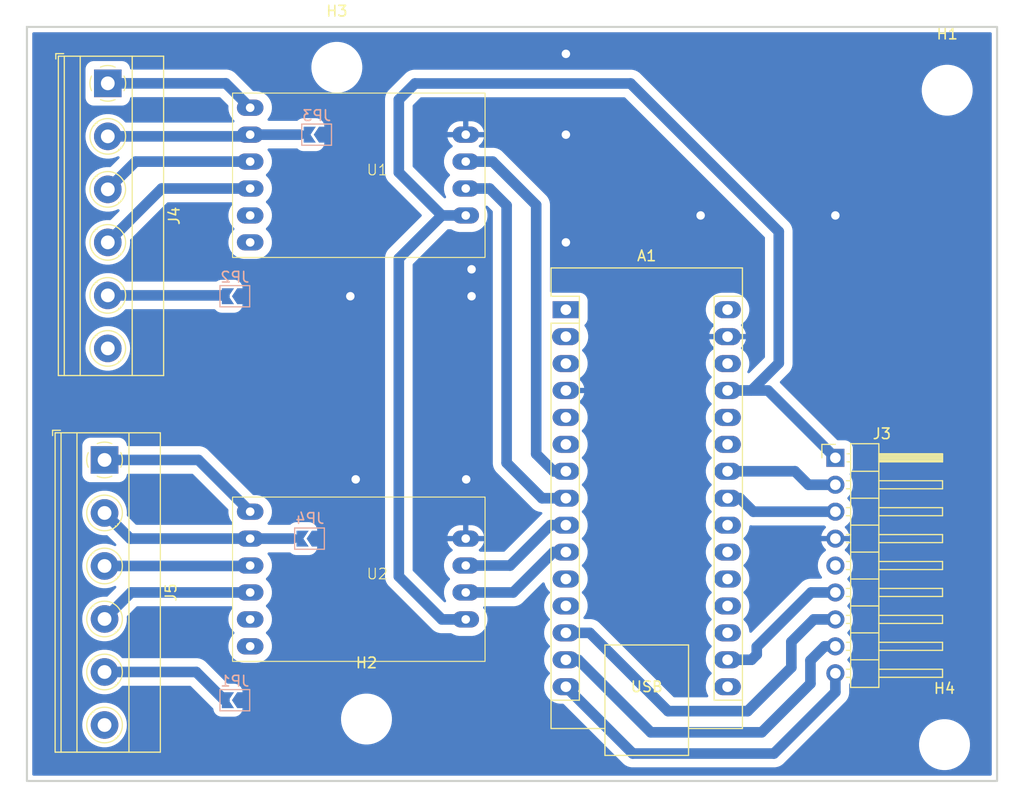
<source format=kicad_pcb>
(kicad_pcb (version 20240108) (generator "pcbnew") (generator_version "8.0")
  (layers (0 "F.Cu" signal) (31 "B.Cu" signal) (34 "B.Paste" user) (35 "F.Paste" user) (36 "B.SilkS" user "B.Silkscreen") (37 "F.SilkS" user "F.Silkscreen") (38 "B.Mask" user) (39 "F.Mask" user) (44 "Edge.Cuts" user))
  (net 0 "")
  (net 5 "/Arduino_nano/D4_DOUT_L2")
  (net 6 "/Arduino_nano/D13")
  (net 7 "/Arduino_nano/D7_SCK_L1")
  (net 9 "+5V")
  (net 13 "GND")
  (net 15 "/Arduino_nano/D5_SCK_L2")
  (net 18 "/Arduino_nano/A4_SDA")
  (net 24 "/Arduino_nano/D11")
  (net 25 "+3.3V")
  (net 26 "/Arduino_nano/D6_DOUT_L1")
  (net 27 "/Arduino_nano/A5_SCL")
  (net 28 "/Arduino_nano/D12")
  (net 29 "Net-(J4-Pin_5)")
  (net 30 "/HX711/E-")
  (net 31 "/HX711/A-")
  (net 32 "/HX711/E+")
  (net 33 "/HX711/A+")
  (net 35 "/HX712/E-")
  (net 36 "/HX712/E+")
  (net 37 "Net-(J5-Pin_5)")
  (net 38 "/HX712/A+")
  (net 39 "/HX712/A-")
  (net 41 "/HX711/B+")
  (net 42 "/HX711/B-")
  (net 43 "/HX712/B+")
  (net 44 "/HX712/B-")
  (footprint "TerminalBlock_Phoenix:TerminalBlock_Phoenix_MKDS-1,5-6_1x06_P5.00mm_Horizontal" (layer "F.Cu") (at 58.42 89.14 -90)
    (property "Reference" "J4" (at 12.5 -6.26 90) (layer "F.SilkS"))
    (property "Value" "Screw_Terminal_01x06")
    (fp_line (start -2.8 4.9) (end -2.3 4.9) (stroke (width 0.12)) (layer "F.SilkS"))
    (fp_line (start -2.56 4.66) (end 27.56 4.66) (stroke (width 0.12)) (layer "F.SilkS"))
    (fp_line (start -2.8 4.16) (end -2.8 4.9) (stroke (width 0.12)) (layer "F.SilkS"))
    (fp_line (start -2.56 4.1) (end 27.56 4.1) (stroke (width 0.12)) (layer "F.SilkS"))
    (fp_line (start -2.56 2.6) (end 27.56 2.6) (stroke (width 0.12)) (layer "F.SilkS"))
    (fp_line (start 3.966 1.239) (end 3.931 1.274) (stroke (width 0.12)) (layer "F.SilkS"))
    (fp_line (start 8.966 1.239) (end 8.931 1.274) (stroke (width 0.12)) (layer "F.SilkS"))
    (fp_line (start 13.966 1.239) (end 13.931 1.274) (stroke (width 0.12)) (layer "F.SilkS"))
    (fp_line (start 18.966 1.239) (end 18.931 1.274) (stroke (width 0.12)) (layer "F.SilkS"))
    (fp_line (start 23.966 1.239) (end 23.931 1.274) (stroke (width 0.12)) (layer "F.SilkS"))
    (fp_line (start 3.773 1.023) (end 3.726 1.069) (stroke (width 0.12)) (layer "F.SilkS"))
    (fp_line (start 8.773 1.023) (end 8.726 1.069) (stroke (width 0.12)) (layer "F.SilkS"))
    (fp_line (start 13.773 1.023) (end 13.726 1.069) (stroke (width 0.12)) (layer "F.SilkS"))
    (fp_line (start 18.773 1.023) (end 18.726 1.069) (stroke (width 0.12)) (layer "F.SilkS"))
    (fp_line (start 23.773 1.023) (end 23.726 1.069) (stroke (width 0.12)) (layer "F.SilkS"))
    (fp_line (start 6.275 -1.069) (end 6.228 -1.023) (stroke (width 0.12)) (layer "F.SilkS"))
    (fp_line (start 11.275 -1.069) (end 11.228 -1.023) (stroke (width 0.12)) (layer "F.SilkS"))
    (fp_line (start 16.275 -1.069) (end 16.228 -1.023) (stroke (width 0.12)) (layer "F.SilkS"))
    (fp_line (start 21.275 -1.069) (end 21.228 -1.023) (stroke (width 0.12)) (layer "F.SilkS"))
    (fp_line (start 26.275 -1.069) (end 26.228 -1.023) (stroke (width 0.12)) (layer "F.SilkS"))
    (fp_line (start 6.07 -1.275) (end 6.035 -1.239) (stroke (width 0.12)) (layer "F.SilkS"))
    (fp_line (start 11.07 -1.275) (end 11.035 -1.239) (stroke (width 0.12)) (layer "F.SilkS"))
    (fp_line (start 16.07 -1.275) (end 16.035 -1.239) (stroke (width 0.12)) (layer "F.SilkS"))
    (fp_line (start 21.07 -1.275) (end 21.035 -1.239) (stroke (width 0.12)) (layer "F.SilkS"))
    (fp_line (start 26.07 -1.275) (end 26.035 -1.239) (stroke (width 0.12)) (layer "F.SilkS"))
    (fp_line (start -2.56 -2.301) (end 27.56 -2.301) (stroke (width 0.12)) (layer "F.SilkS"))
    (fp_line (start -2.56 -5.261) (end -2.56 4.66) (stroke (width 0.12)) (layer "F.SilkS"))
    (fp_line (start -2.56 -5.261) (end 27.56 -5.261) (stroke (width 0.12)) (layer "F.SilkS"))
    (fp_line (start 27.56 -5.261) (end 27.56 4.66) (stroke (width 0.12)) (layer "F.SilkS"))
    (fp_arc (start 0.028805 1.680253) (mid -0.335551 1.646659) (end -0.684 1.535) (stroke (width 0.12)) (layer "F.SilkS"))
    (fp_arc (start 0.683318 1.534756) (mid 0.349292 1.643288) (end 0 1.68) (stroke (width 0.12)) (layer "F.SilkS"))
    (fp_arc (start -1.535427 0.683042) (mid -1.680501 -0.000524) (end -1.535 -0.684) (stroke (width 0.12)) (layer "F.SilkS"))
    (fp_arc (start 1.535427 -0.683042) (mid 1.680501 0.000524) (end 1.535 0.684) (stroke (width 0.12)) (layer "F.SilkS"))
    (fp_arc (start -0.683042 -1.535427) (mid 0.000524 -1.680501) (end 0.684 -1.535) (stroke (width 0.12)) (layer "F.SilkS"))
    (fp_circle (center 5 0) (end 6.68 0) (stroke (width 0.12)) (fill none) (layer "F.SilkS"))
    (fp_circle (center 10 0) (end 11.68 0) (stroke (width 0.12)) (fill none) (layer "F.SilkS"))
    (fp_circle (center 15 0) (end 16.68 0) (stroke (width 0.12)) (fill none) (layer "F.SilkS"))
    (fp_circle (center 20 0) (end 21.68 0) (stroke (width 0.12)) (fill none) (layer "F.SilkS"))
    (fp_circle (center 25 0) (end 26.68 0) (stroke (width 0.12)) (fill none) (layer "F.SilkS"))
    (pad "1" thru_hole rect (at 0 0 270) (size 2.6 2.6) (drill 1.3) (layers "*.Cu" "*.Mask") (net 32 "/HX711/E+"))
    (pad "2" thru_hole circle (at 5 0 270) (size 2.6 2.6) (drill 1.3) (layers "*.Cu" "*.Mask") (net 30 "/HX711/E-"))
    (pad "3" thru_hole circle (at 10 0 270) (size 2.6 2.6) (drill 1.3) (layers "*.Cu" "*.Mask") (net 31 "/HX711/A-"))
    (pad "4" thru_hole circle (at 15 0 270) (size 2.6 2.6) (drill 1.3) (layers "*.Cu" "*.Mask") (net 33 "/HX711/A+"))
    (pad "5" thru_hole circle (at 20 0 270) (size 2.6 2.6) (drill 1.3) (layers "*.Cu" "*.Mask") (net 29 "Net-(J4-Pin_5)"))
    (pad "6" thru_hole circle (at 25 0 270) (size 2.6 2.6) (drill 1.3) (layers "*.Cu" "*.Mask"))
  )
  (footprint "MountingHole:MountingHole_4.3mm_M4" (layer "F.Cu") (at 80.01 87.63)
    (property "Reference" "H3" (at 0 -5.3 0) (layer "F.SilkS"))
    (property "Value" "MountingHole")
    (pad "" np_thru_hole circle (at 0 0) (size 4.3 4.3) (drill 4.3) (layers "*.Cu" "*.Mask"))
  )
  (footprint "Connector_PinHeader_2.54mm:PinHeader_1x09_P2.54mm_Horizontal" (layer "F.Cu") (at 127 124.46)
    (property "Reference" "J3" (at 4.385 -2.27 0) (layer "F.SilkS"))
    (property "Value" "Conn_01x09")
    (fp_line (start -1.27 -1.27) (end 0 -1.27) (stroke (width 0.12)) (layer "F.SilkS"))
    (fp_line (start -1.27 0) (end -1.27 -1.27) (stroke (width 0.12)) (layer "F.SilkS"))
    (fp_line (start 1.042929 2.16) (end 1.44 2.16) (stroke (width 0.12)) (layer "F.SilkS"))
    (fp_line (start 1.042929 2.92) (end 1.44 2.92) (stroke (width 0.12)) (layer "F.SilkS"))
    (fp_line (start 1.042929 4.7) (end 1.44 4.7) (stroke (width 0.12)) (layer "F.SilkS"))
    (fp_line (start 1.042929 5.46) (end 1.44 5.46) (stroke (width 0.12)) (layer "F.SilkS"))
    (fp_line (start 1.042929 7.24) (end 1.44 7.24) (stroke (width 0.12)) (layer "F.SilkS"))
    (fp_line (start 1.042929 8) (end 1.44 8) (stroke (width 0.12)) (layer "F.SilkS"))
    (fp_line (start 1.042929 9.78) (end 1.44 9.78) (stroke (width 0.12)) (layer "F.SilkS"))
    (fp_line (start 1.042929 10.54) (end 1.44 10.54) (stroke (width 0.12)) (layer "F.SilkS"))
    (fp_line (start 1.042929 12.32) (end 1.44 12.32) (stroke (width 0.12)) (layer "F.SilkS"))
    (fp_line (start 1.042929 13.08) (end 1.44 13.08) (stroke (width 0.12)) (layer "F.SilkS"))
    (fp_line (start 1.042929 14.86) (end 1.44 14.86) (stroke (width 0.12)) (layer "F.SilkS"))
    (fp_line (start 1.042929 15.62) (end 1.44 15.62) (stroke (width 0.12)) (layer "F.SilkS"))
    (fp_line (start 1.042929 17.4) (end 1.44 17.4) (stroke (width 0.12)) (layer "F.SilkS"))
    (fp_line (start 1.042929 18.16) (end 1.44 18.16) (stroke (width 0.12)) (layer "F.SilkS"))
    (fp_line (start 1.042929 19.94) (end 1.44 19.94) (stroke (width 0.12)) (layer "F.SilkS"))
    (fp_line (start 1.042929 20.7) (end 1.44 20.7) (stroke (width 0.12)) (layer "F.SilkS"))
    (fp_line (start 1.11 -0.38) (end 1.44 -0.38) (stroke (width 0.12)) (layer "F.SilkS"))
    (fp_line (start 1.11 0.38) (end 1.44 0.38) (stroke (width 0.12)) (layer "F.SilkS"))
    (fp_line (start 1.44 -1.33) (end 1.44 21.65) (stroke (width 0.12)) (layer "F.SilkS"))
    (fp_line (start 1.44 1.27) (end 4.1 1.27) (stroke (width 0.12)) (layer "F.SilkS"))
    (fp_line (start 1.44 3.81) (end 4.1 3.81) (stroke (width 0.12)) (layer "F.SilkS"))
    (fp_line (start 1.44 6.35) (end 4.1 6.35) (stroke (width 0.12)) (layer "F.SilkS"))
    (fp_line (start 1.44 8.89) (end 4.1 8.89) (stroke (width 0.12)) (layer "F.SilkS"))
    (fp_line (start 1.44 11.43) (end 4.1 11.43) (stroke (width 0.12)) (layer "F.SilkS"))
    (fp_line (start 1.44 13.97) (end 4.1 13.97) (stroke (width 0.12)) (layer "F.SilkS"))
    (fp_line (start 1.44 16.51) (end 4.1 16.51) (stroke (width 0.12)) (layer "F.SilkS"))
    (fp_line (start 1.44 19.05) (end 4.1 19.05) (stroke (width 0.12)) (layer "F.SilkS"))
    (fp_line (start 1.44 21.65) (end 4.1 21.65) (stroke (width 0.12)) (layer "F.SilkS"))
    (fp_line (start 4.1 -1.33) (end 1.44 -1.33) (stroke (width 0.12)) (layer "F.SilkS"))
    (fp_line (start 4.1 -0.38) (end 10.1 -0.38) (stroke (width 0.12)) (layer "F.SilkS"))
    (fp_line (start 4.1 -0.32) (end 10.1 -0.32) (stroke (width 0.12)) (layer "F.SilkS"))
    (fp_line (start 4.1 -0.2) (end 10.1 -0.2) (stroke (width 0.12)) (layer "F.SilkS"))
    (fp_line (start 4.1 -0.08) (end 10.1 -0.08) (stroke (width 0.12)) (layer "F.SilkS"))
    (fp_line (start 4.1 0.04) (end 10.1 0.04) (stroke (width 0.12)) (layer "F.SilkS"))
    (fp_line (start 4.1 0.16) (end 10.1 0.16) (stroke (width 0.12)) (layer "F.SilkS"))
    (fp_line (start 4.1 0.28) (end 10.1 0.28) (stroke (width 0.12)) (layer "F.SilkS"))
    (fp_line (start 4.1 2.16) (end 10.1 2.16) (stroke (width 0.12)) (layer "F.SilkS"))
    (fp_line (start 4.1 4.7) (end 10.1 4.7) (stroke (width 0.12)) (layer "F.SilkS"))
    (fp_line (start 4.1 7.24) (end 10.1 7.24) (stroke (width 0.12)) (layer "F.SilkS"))
    (fp_line (start 4.1 9.78) (end 10.1 9.78) (stroke (width 0.12)) (layer "F.SilkS"))
    (fp_line (start 4.1 12.32) (end 10.1 12.32) (stroke (width 0.12)) (layer "F.SilkS"))
    (fp_line (start 4.1 14.86) (end 10.1 14.86) (stroke (width 0.12)) (layer "F.SilkS"))
    (fp_line (start 4.1 17.4) (end 10.1 17.4) (stroke (width 0.12)) (layer "F.SilkS"))
    (fp_line (start 4.1 19.94) (end 10.1 19.94) (stroke (width 0.12)) (layer "F.SilkS"))
    (fp_line (start 4.1 21.65) (end 4.1 -1.33) (stroke (width 0.12)) (layer "F.SilkS"))
    (fp_line (start 10.1 -0.38) (end 10.1 0.38) (stroke (width 0.12)) (layer "F.SilkS"))
    (fp_line (start 10.1 0.38) (end 4.1 0.38) (stroke (width 0.12)) (layer "F.SilkS"))
    (fp_line (start 10.1 2.16) (end 10.1 2.92) (stroke (width 0.12)) (layer "F.SilkS"))
    (fp_line (start 10.1 2.92) (end 4.1 2.92) (stroke (width 0.12)) (layer "F.SilkS"))
    (fp_line (start 10.1 4.7) (end 10.1 5.46) (stroke (width 0.12)) (layer "F.SilkS"))
    (fp_line (start 10.1 5.46) (end 4.1 5.46) (stroke (width 0.12)) (layer "F.SilkS"))
    (fp_line (start 10.1 7.24) (end 10.1 8) (stroke (width 0.12)) (layer "F.SilkS"))
    (fp_line (start 10.1 8) (end 4.1 8) (stroke (width 0.12)) (layer "F.SilkS"))
    (fp_line (start 10.1 9.78) (end 10.1 10.54) (stroke (width 0.12)) (layer "F.SilkS"))
    (fp_line (start 10.1 10.54) (end 4.1 10.54) (stroke (width 0.12)) (layer "F.SilkS"))
    (fp_line (start 10.1 12.32) (end 10.1 13.08) (stroke (width 0.12)) (layer "F.SilkS"))
    (fp_line (start 10.1 13.08) (end 4.1 13.08) (stroke (width 0.12)) (layer "F.SilkS"))
    (fp_line (start 10.1 14.86) (end 10.1 15.62) (stroke (width 0.12)) (layer "F.SilkS"))
    (fp_line (start 10.1 15.62) (end 4.1 15.62) (stroke (width 0.12)) (layer "F.SilkS"))
    (fp_line (start 10.1 17.4) (end 10.1 18.16) (stroke (width 0.12)) (layer "F.SilkS"))
    (fp_line (start 10.1 18.16) (end 4.1 18.16) (stroke (width 0.12)) (layer "F.SilkS"))
    (fp_line (start 10.1 19.94) (end 10.1 20.7) (stroke (width 0.12)) (layer "F.SilkS"))
    (fp_line (start 10.1 20.7) (end 4.1 20.7) (stroke (width 0.12)) (layer "F.SilkS"))
    (pad "1" thru_hole rect (at 0 0) (size 1.7 1.7) (drill 1) (layers "*.Cu" "*.Mask") (net 9 "+5V"))
    (pad "2" thru_hole oval (at 0 2.54) (size 1.7 1.7) (drill 1) (layers "*.Cu" "*.Mask") (net 27 "/Arduino_nano/A5_SCL"))
    (pad "3" thru_hole oval (at 0 5.08) (size 1.7 1.7) (drill 1) (layers "*.Cu" "*.Mask") (net 18 "/Arduino_nano/A4_SDA"))
    (pad "4" thru_hole oval (at 0 7.62) (size 1.7 1.7) (drill 1) (layers "*.Cu" "*.Mask") (net 13 "GND"))
    (pad "5" thru_hole oval (at 0 10.16) (size 1.7 1.7) (drill 1) (layers "*.Cu" "*.Mask"))
    (pad "6" thru_hole oval (at 0 12.7) (size 1.7 1.7) (drill 1) (layers "*.Cu" "*.Mask") (net 25 "+3.3V"))
    (pad "7" thru_hole oval (at 0 15.24) (size 1.7 1.7) (drill 1) (layers "*.Cu" "*.Mask") (net 24 "/Arduino_nano/D11"))
    (pad "8" thru_hole oval (at 0 17.78) (size 1.7 1.7) (drill 1) (layers "*.Cu" "*.Mask") (net 28 "/Arduino_nano/D12"))
    (pad "9" thru_hole oval (at 0 20.32) (size 1.7 1.7) (drill 1) (layers "*.Cu" "*.Mask") (net 6 "/Arduino_nano/D13"))
  )
  (footprint "MountingHole:MountingHole_4.3mm_M4" (layer "F.Cu") (at 82.804 149.098)
    (property "Reference" "H2" (at 0 -5.3 0) (layer "F.SilkS"))
    (property "Value" "MountingHole")
    (pad "" np_thru_hole circle (at 0 0) (size 4.3 4.3) (drill 4.3) (layers "*.Cu" "*.Mask"))
  )
  (footprint "MountingHole:MountingHole_4.3mm_M4" (layer "F.Cu") (at 137.287 151.511)
    (property "Reference" "H4" (at 0 -5.3 0) (layer "F.SilkS"))
    (property "Value" "MountingHole")
    (pad "" np_thru_hole circle (at 0 0) (size 4.3 4.3) (drill 4.3) (layers "*.Cu" "*.Mask"))
  )
  (footprint "Library:xfw_hx711" (layer "F.Cu") (at 83.82 97.81)
    (property "Reference" "U1" (at 0 -0.5 0) (layer "F.SilkS") (effects (font (thickness 0.1))))
    (property "Value" "~")
    (fp_rect (start -13.64 -7.75) (end 10.16 7.75) (stroke (width 0.1)) (fill none) (layer "F.SilkS"))
    (pad "1" thru_hole oval (at -11.98 -6.37) (size 2.5 1.524) (drill 0.81) (layers "*.Cu" "*.Mask") (net 32 "/HX711/E+"))
    (pad "2" thru_hole oval (at -11.98 -3.83) (size 2.5 1.524) (drill 0.81) (layers "*.Cu" "*.Mask") (net 30 "/HX711/E-"))
    (pad "3" thru_hole oval (at -11.98 -1.29) (size 2.5 1.524) (drill 0.81) (layers "*.Cu" "*.Mask") (net 31 "/HX711/A-"))
    (pad "4" thru_hole oval (at -11.98 1.25) (size 2.5 1.524) (drill 0.81) (layers "*.Cu" "*.Mask") (net 33 "/HX711/A+"))
    (pad "5" thru_hole oval (at -11.98 3.79) (size 2.5 1.524) (drill 0.81) (layers "*.Cu" "*.Mask") (net 42 "/HX711/B-"))
    (pad "6" thru_hole oval (at -11.98 6.33) (size 2.5 1.524) (drill 0.81) (layers "*.Cu" "*.Mask") (net 41 "/HX711/B+"))
    (pad "7" thru_hole oval (at 8.34 -3.83) (size 2.5 1.524) (drill 0.81) (layers "*.Cu" "*.Mask") (net 13 "GND"))
    (pad "8" thru_hole oval (at 8.34 -1.29) (size 2.5 1.524) (drill 0.81) (layers "*.Cu" "*.Mask") (net 5 "/Arduino_nano/D4_DOUT_L2"))
    (pad "9" thru_hole oval (at 8.34 1.25) (size 2.5 1.524) (drill 0.81) (layers "*.Cu" "*.Mask") (net 15 "/Arduino_nano/D5_SCK_L2"))
    (pad "10" thru_hole oval (at 8.34 3.79) (size 2.5 1.524) (drill 0.81) (layers "*.Cu" "*.Mask") (net 9 "+5V"))
  )
  (footprint "TerminalBlock_Phoenix:TerminalBlock_Phoenix_MKDS-1,5-6_1x06_P5.00mm_Horizontal" (layer "F.Cu") (at 58.115 124.66 -90)
    (property "Reference" "J5" (at 12.5 -6.26 90) (layer "F.SilkS"))
    (property "Value" "Screw_Terminal_01x06")
    (fp_line (start -2.8 4.9) (end -2.3 4.9) (stroke (width 0.12)) (layer "F.SilkS"))
    (fp_line (start -2.56 4.66) (end 27.56 4.66) (stroke (width 0.12)) (layer "F.SilkS"))
    (fp_line (start -2.8 4.16) (end -2.8 4.9) (stroke (width 0.12)) (layer "F.SilkS"))
    (fp_line (start -2.56 4.1) (end 27.56 4.1) (stroke (width 0.12)) (layer "F.SilkS"))
    (fp_line (start -2.56 2.6) (end 27.56 2.6) (stroke (width 0.12)) (layer "F.SilkS"))
    (fp_line (start 3.966 1.239) (end 3.931 1.274) (stroke (width 0.12)) (layer "F.SilkS"))
    (fp_line (start 8.966 1.239) (end 8.931 1.274) (stroke (width 0.12)) (layer "F.SilkS"))
    (fp_line (start 13.966 1.239) (end 13.931 1.274) (stroke (width 0.12)) (layer "F.SilkS"))
    (fp_line (start 18.966 1.239) (end 18.931 1.274) (stroke (width 0.12)) (layer "F.SilkS"))
    (fp_line (start 23.966 1.239) (end 23.931 1.274) (stroke (width 0.12)) (layer "F.SilkS"))
    (fp_line (start 3.773 1.023) (end 3.726 1.069) (stroke (width 0.12)) (layer "F.SilkS"))
    (fp_line (start 8.773 1.023) (end 8.726 1.069) (stroke (width 0.12)) (layer "F.SilkS"))
    (fp_line (start 13.773 1.023) (end 13.726 1.069) (stroke (width 0.12)) (layer "F.SilkS"))
    (fp_line (start 18.773 1.023) (end 18.726 1.069) (stroke (width 0.12)) (layer "F.SilkS"))
    (fp_line (start 23.773 1.023) (end 23.726 1.069) (stroke (width 0.12)) (layer "F.SilkS"))
    (fp_line (start 6.275 -1.069) (end 6.228 -1.023) (stroke (width 0.12)) (layer "F.SilkS"))
    (fp_line (start 11.275 -1.069) (end 11.228 -1.023) (stroke (width 0.12)) (layer "F.SilkS"))
    (fp_line (start 16.275 -1.069) (end 16.228 -1.023) (stroke (width 0.12)) (layer "F.SilkS"))
    (fp_line (start 21.275 -1.069) (end 21.228 -1.023) (stroke (width 0.12)) (layer "F.SilkS"))
    (fp_line (start 26.275 -1.069) (end 26.228 -1.023) (stroke (width 0.12)) (layer "F.SilkS"))
    (fp_line (start 6.07 -1.275) (end 6.035 -1.239) (stroke (width 0.12)) (layer "F.SilkS"))
    (fp_line (start 11.07 -1.275) (end 11.035 -1.239) (stroke (width 0.12)) (layer "F.SilkS"))
    (fp_line (start 16.07 -1.275) (end 16.035 -1.239) (stroke (width 0.12)) (layer "F.SilkS"))
    (fp_line (start 21.07 -1.275) (end 21.035 -1.239) (stroke (width 0.12)) (layer "F.SilkS"))
    (fp_line (start 26.07 -1.275) (end 26.035 -1.239) (stroke (width 0.12)) (layer "F.SilkS"))
    (fp_line (start -2.56 -2.301) (end 27.56 -2.301) (stroke (width 0.12)) (layer "F.SilkS"))
    (fp_line (start -2.56 -5.261) (end -2.56 4.66) (stroke (width 0.12)) (layer "F.SilkS"))
    (fp_line (start -2.56 -5.261) (end 27.56 -5.261) (stroke (width 0.12)) (layer "F.SilkS"))
    (fp_line (start 27.56 -5.261) (end 27.56 4.66) (stroke (width 0.12)) (layer "F.SilkS"))
    (fp_arc (start 0.028805 1.680253) (mid -0.335551 1.646659) (end -0.684 1.535) (stroke (width 0.12)) (layer "F.SilkS"))
    (fp_arc (start 0.683318 1.534756) (mid 0.349292 1.643288) (end 0 1.68) (stroke (width 0.12)) (layer "F.SilkS"))
    (fp_arc (start -1.535427 0.683042) (mid -1.680501 -0.000524) (end -1.535 -0.684) (stroke (width 0.12)) (layer "F.SilkS"))
    (fp_arc (start 1.535427 -0.683042) (mid 1.680501 0.000524) (end 1.535 0.684) (stroke (width 0.12)) (layer "F.SilkS"))
    (fp_arc (start -0.683042 -1.535427) (mid 0.000524 -1.680501) (end 0.684 -1.535) (stroke (width 0.12)) (layer "F.SilkS"))
    (fp_circle (center 5 0) (end 6.68 0) (stroke (width 0.12)) (fill none) (layer "F.SilkS"))
    (fp_circle (center 10 0) (end 11.68 0) (stroke (width 0.12)) (fill none) (layer "F.SilkS"))
    (fp_circle (center 15 0) (end 16.68 0) (stroke (width 0.12)) (fill none) (layer "F.SilkS"))
    (fp_circle (center 20 0) (end 21.68 0) (stroke (width 0.12)) (fill none) (layer "F.SilkS"))
    (fp_circle (center 25 0) (end 26.68 0) (stroke (width 0.12)) (fill none) (layer "F.SilkS"))
    (pad "1" thru_hole rect (at 0 0 270) (size 2.6 2.6) (drill 1.3) (layers "*.Cu" "*.Mask") (net 36 "/HX712/E+"))
    (pad "2" thru_hole circle (at 5 0 270) (size 2.6 2.6) (drill 1.3) (layers "*.Cu" "*.Mask") (net 35 "/HX712/E-"))
    (pad "3" thru_hole circle (at 10 0 270) (size 2.6 2.6) (drill 1.3) (layers "*.Cu" "*.Mask") (net 39 "/HX712/A-"))
    (pad "4" thru_hole circle (at 15 0 270) (size 2.6 2.6) (drill 1.3) (layers "*.Cu" "*.Mask") (net 38 "/HX712/A+"))
    (pad "5" thru_hole circle (at 20 0 270) (size 2.6 2.6) (drill 1.3) (layers "*.Cu" "*.Mask") (net 37 "Net-(J5-Pin_5)"))
    (pad "6" thru_hole circle (at 25 0 270) (size 2.6 2.6) (drill 1.3) (layers "*.Cu" "*.Mask"))
  )
  (footprint "MountingHole:MountingHole_4.3mm_M4" (layer "F.Cu") (at 137.541 89.789)
    (property "Reference" "H1" (at 0 -5.3 0) (layer "F.SilkS"))
    (property "Value" "MountingHole")
    (pad "" np_thru_hole circle (at 0 0) (size 4.3 4.3) (drill 4.3) (layers "*.Cu" "*.Mask"))
  )
  (footprint "Library:xfw_hx711" (layer "F.Cu") (at 83.82 135.91)
    (property "Reference" "U2" (at 0 -0.5 0) (layer "F.SilkS") (effects (font (thickness 0.1))))
    (property "Value" "~")
    (fp_rect (start -13.64 -7.75) (end 10.16 7.75) (stroke (width 0.1)) (fill none) (layer "F.SilkS"))
    (pad "1" thru_hole oval (at -11.98 -6.37) (size 2.5 1.524) (drill 0.81) (layers "*.Cu" "*.Mask") (net 36 "/HX712/E+"))
    (pad "2" thru_hole oval (at -11.98 -3.83) (size 2.5 1.524) (drill 0.81) (layers "*.Cu" "*.Mask") (net 35 "/HX712/E-"))
    (pad "3" thru_hole oval (at -11.98 -1.29) (size 2.5 1.524) (drill 0.81) (layers "*.Cu" "*.Mask") (net 39 "/HX712/A-"))
    (pad "4" thru_hole oval (at -11.98 1.25) (size 2.5 1.524) (drill 0.81) (layers "*.Cu" "*.Mask") (net 38 "/HX712/A+"))
    (pad "5" thru_hole oval (at -11.98 3.79) (size 2.5 1.524) (drill 0.81) (layers "*.Cu" "*.Mask") (net 44 "/HX712/B-"))
    (pad "6" thru_hole oval (at -11.98 6.33) (size 2.5 1.524) (drill 0.81) (layers "*.Cu" "*.Mask") (net 43 "/HX712/B+"))
    (pad "7" thru_hole oval (at 8.34 -3.83) (size 2.5 1.524) (drill 0.81) (layers "*.Cu" "*.Mask") (net 13 "GND"))
    (pad "8" thru_hole oval (at 8.34 -1.29) (size 2.5 1.524) (drill 0.81) (layers "*.Cu" "*.Mask") (net 26 "/Arduino_nano/D6_DOUT_L1"))
    (pad "9" thru_hole oval (at 8.34 1.25) (size 2.5 1.524) (drill 0.81) (layers "*.Cu" "*.Mask") (net 7 "/Arduino_nano/D7_SCK_L1"))
    (pad "10" thru_hole oval (at 8.34 3.79) (size 2.5 1.524) (drill 0.81) (layers "*.Cu" "*.Mask") (net 9 "+5V"))
  )
  (footprint "Module:Arduino_Nano" (layer "F.Cu") (at 101.6 110.49)
    (property "Reference" "A1" (at 7.62 -5.08 0) (layer "F.SilkS"))
    (property "Value" "Arduino_Nano_v3.x")
    (fp_line (start -1.4 -3.94) (end -1.4 -1.27) (stroke (width 0.12)) (layer "F.SilkS"))
    (fp_line (start -1.4 1.27) (end -1.4 39.5) (stroke (width 0.12)) (layer "F.SilkS"))
    (fp_line (start -1.4 39.5) (end 3.68 39.5) (stroke (width 0.12)) (layer "F.SilkS"))
    (fp_line (start 1.27 -1.27) (end -1.4 -1.27) (stroke (width 0.12)) (layer "F.SilkS"))
    (fp_line (start 1.27 1.27) (end -1.4 1.27) (stroke (width 0.12)) (layer "F.SilkS"))
    (fp_line (start 1.27 1.27) (end 1.27 -1.27) (stroke (width 0.12)) (layer "F.SilkS"))
    (fp_line (start 1.27 1.27) (end 1.27 36.83) (stroke (width 0.12)) (layer "F.SilkS"))
    (fp_line (start 1.27 36.83) (end -1.4 36.83) (stroke (width 0.12)) (layer "F.SilkS"))
    (fp_line (start 3.68 31.62) (end 11.56 31.62) (stroke (width 0.12)) (layer "F.SilkS"))
    (fp_line (start 3.68 42.04) (end 3.68 31.62) (stroke (width 0.12)) (layer "F.SilkS"))
    (fp_line (start 11.56 31.62) (end 11.56 42.04) (stroke (width 0.12)) (layer "F.SilkS"))
    (fp_line (start 11.56 42.04) (end 3.68 42.04) (stroke (width 0.12)) (layer "F.SilkS"))
    (fp_line (start 13.97 -1.27) (end 13.97 36.83) (stroke (width 0.12)) (layer "F.SilkS"))
    (fp_line (start 13.97 -1.27) (end 16.64 -1.27) (stroke (width 0.12)) (layer "F.SilkS"))
    (fp_line (start 13.97 36.83) (end 16.64 36.83) (stroke (width 0.12)) (layer "F.SilkS"))
    (fp_line (start 16.64 -3.94) (end -1.4 -3.94) (stroke (width 0.12)) (layer "F.SilkS"))
    (fp_line (start 16.64 39.5) (end 11.56 39.5) (stroke (width 0.12)) (layer "F.SilkS"))
    (fp_line (start 16.64 39.5) (end 16.64 -3.94) (stroke (width 0.12)) (layer "F.SilkS"))
    (fp_text user "USB" (at 7.62 35.56 0) (layer "F.SilkS"))
    (pad "1" thru_hole rect (at 0 0) (size 2.5 1.6) (drill 1) (layers "*.Cu" "*.Mask"))
    (pad "2" thru_hole oval (at 0 2.54) (size 2.6 1.6) (drill 1) (layers "*.Cu" "*.Mask"))
    (pad "3" thru_hole oval (at 0 5.08) (size 2.5 1.6) (drill 1) (layers "*.Cu" "*.Mask"))
    (pad "4" thru_hole oval (at 0 7.62) (size 2.5 1.6) (drill 1) (layers "*.Cu" "*.Mask") (net 13 "GND"))
    (pad "5" thru_hole oval (at 0 10.16) (size 2.5 1.6) (drill 1) (layers "*.Cu" "*.Mask"))
    (pad "6" thru_hole oval (at 0 12.7) (size 2.5 1.6) (drill 1) (layers "*.Cu" "*.Mask"))
    (pad "7" thru_hole oval (at 0 15.24) (size 2.5 1.6) (drill 1) (layers "*.Cu" "*.Mask") (net 5 "/Arduino_nano/D4_DOUT_L2"))
    (pad "8" thru_hole oval (at 0 17.78) (size 2.5 1.6) (drill 1) (layers "*.Cu" "*.Mask") (net 15 "/Arduino_nano/D5_SCK_L2"))
    (pad "9" thru_hole oval (at 0 20.32) (size 2.5 1.6) (drill 1) (layers "*.Cu" "*.Mask") (net 26 "/Arduino_nano/D6_DOUT_L1"))
    (pad "10" thru_hole oval (at 0 22.86) (size 2.5 1.6) (drill 1) (layers "*.Cu" "*.Mask") (net 7 "/Arduino_nano/D7_SCK_L1"))
    (pad "11" thru_hole oval (at 0 25.4) (size 2.5 1.6) (drill 1) (layers "*.Cu" "*.Mask"))
    (pad "12" thru_hole oval (at 0 27.94) (size 2.5 1.6) (drill 1) (layers "*.Cu" "*.Mask"))
    (pad "13" thru_hole oval (at 0 30.48) (size 2.5 1.6) (drill 1) (layers "*.Cu" "*.Mask") (net 24 "/Arduino_nano/D11"))
    (pad "14" thru_hole oval (at 0 33.02) (size 2.5 1.6) (drill 1) (layers "*.Cu" "*.Mask") (net 28 "/Arduino_nano/D12"))
    (pad "15" thru_hole oval (at 0 35.56) (size 2.5 1.6) (drill 1) (layers "*.Cu" "*.Mask") (net 6 "/Arduino_nano/D13"))
    (pad "16" thru_hole oval (at 15.24 35.56) (size 2.5 1.6) (drill 1) (layers "*.Cu" "*.Mask"))
    (pad "17" thru_hole oval (at 15.24 33.02) (size 2.5 1.6) (drill 1) (layers "*.Cu" "*.Mask") (net 25 "+3.3V"))
    (pad "18" thru_hole oval (at 15.24 30.48) (size 2.5 1.6) (drill 1) (layers "*.Cu" "*.Mask"))
    (pad "19" thru_hole oval (at 15.24 27.94) (size 2.5 1.6) (drill 1) (layers "*.Cu" "*.Mask"))
    (pad "20" thru_hole oval (at 15.24 25.4) (size 2.5 1.6) (drill 1) (layers "*.Cu" "*.Mask"))
    (pad "21" thru_hole oval (at 15.24 22.86) (size 2.5 1.6) (drill 1) (layers "*.Cu" "*.Mask"))
    (pad "22" thru_hole oval (at 15.24 20.32) (size 2.5 1.6) (drill 1) (layers "*.Cu" "*.Mask"))
    (pad "23" thru_hole oval (at 15.24 17.78) (size 2.5 1.6) (drill 1) (layers "*.Cu" "*.Mask") (net 18 "/Arduino_nano/A4_SDA"))
    (pad "24" thru_hole oval (at 15.24 15.24) (size 2.5 1.6) (drill 1) (layers "*.Cu" "*.Mask") (net 27 "/Arduino_nano/A5_SCL"))
    (pad "25" thru_hole oval (at 15.24 12.7) (size 2.5 1.6) (drill 1) (layers "*.Cu" "*.Mask"))
    (pad "26" thru_hole oval (at 15.24 10.16) (size 2.5 1.6) (drill 1) (layers "*.Cu" "*.Mask"))
    (pad "27" thru_hole oval (at 15.24 7.62) (size 2.5 1.6) (drill 1) (layers "*.Cu" "*.Mask") (net 9 "+5V"))
    (pad "28" thru_hole oval (at 15.24 5.08) (size 2.5 1.6) (drill 1) (layers "*.Cu" "*.Mask"))
    (pad "29" thru_hole oval (at 15.24 2.54) (size 2.5 1.6) (drill 1) (layers "*.Cu" "*.Mask") (net 13 "GND"))
    (pad "30" thru_hole oval (at 15.24 0) (size 2.5 1.6) (drill 1) (layers "*.Cu" "*.Mask"))
  )
  (footprint "Jumper:SolderJumper-2_P1.3mm_Open_TrianglePad1.0x1.5mm" (layer "B.Cu") (at 70.395 147.32 180)
    (property "Reference" "JP1" (at 0 1.8 0) (layer "B.SilkS") (effects (justify mirror)))
    (property "Value" "SolderJumper_2_Open")
    (fp_line (start 1.4 1) (end -1.4 1) (stroke (width 0.12)) (layer "B.SilkS"))
    (fp_line (start 1.4 -1) (end 1.4 1) (stroke (width 0.12)) (layer "B.SilkS"))
    (fp_line (start -1.4 1) (end -1.4 -1) (stroke (width 0.12)) (layer "B.SilkS"))
    (fp_line (start -1.4 -1) (end 1.4 -1) (stroke (width 0.12)) (layer "B.SilkS"))
    (pad "1" smd custom (at -0.725 0 180) (size 0.3 0.3) (layers "B.Cu" "B.Mask") (net 13 "GND") (options (clearance outline) (anchor rect)) (primitives (gr_poly (pts (xy 1 0) (xy 0.5 -0.75) (xy -0.5 -0.75) (xy -0.5 0.75) (xy 0.5 0.75)) (width 0) (fill yes))))
    (pad "2" smd custom (at 0.725 0 180) (size 0.3 0.3) (layers "B.Cu" "B.Mask") (net 37 "Net-(J5-Pin_5)") (options (clearance outline) (anchor rect)) (primitives (gr_poly (pts (xy 0.5 -0.75) (xy -0.65 -0.75) (xy -0.15 0) (xy -0.65 0.75) (xy 0.5 0.75)) (width 0) (fill yes))))
  )
  (footprint "Jumper:SolderJumper-2_P1.3mm_Open_TrianglePad1.0x1.5mm" (layer "B.Cu") (at 70.395 109.22 180)
    (property "Reference" "JP2" (at 0 1.8 0) (layer "B.SilkS") (effects (justify mirror)))
    (property "Value" "SolderJumper_2_Open")
    (fp_line (start 1.4 1) (end -1.4 1) (stroke (width 0.12)) (layer "B.SilkS"))
    (fp_line (start 1.4 -1) (end 1.4 1) (stroke (width 0.12)) (layer "B.SilkS"))
    (fp_line (start -1.4 1) (end -1.4 -1) (stroke (width 0.12)) (layer "B.SilkS"))
    (fp_line (start -1.4 -1) (end 1.4 -1) (stroke (width 0.12)) (layer "B.SilkS"))
    (pad "1" smd custom (at -0.725 0 180) (size 0.3 0.3) (layers "B.Cu" "B.Mask") (net 13 "GND") (options (clearance outline) (anchor rect)) (primitives (gr_poly (pts (xy 1 0) (xy 0.5 -0.75) (xy -0.5 -0.75) (xy -0.5 0.75) (xy 0.5 0.75)) (width 0) (fill yes))))
    (pad "2" smd custom (at 0.725 0 180) (size 0.3 0.3) (layers "B.Cu" "B.Mask") (net 29 "Net-(J4-Pin_5)") (options (clearance outline) (anchor rect)) (primitives (gr_poly (pts (xy 0.5 -0.75) (xy -0.65 -0.75) (xy -0.15 0) (xy -0.65 0.75) (xy 0.5 0.75)) (width 0) (fill yes))))
  )
  (footprint "Jumper:SolderJumper-2_P1.3mm_Open_TrianglePad1.0x1.5mm" (layer "B.Cu") (at 77.433 132.08 180)
    (property "Reference" "JP4" (at -0.037 1.905 0) (layer "B.SilkS") (effects (justify mirror)))
    (property "Value" "SolderJumper_2_Open")
    (fp_line (start 1.4 1) (end -1.4 1) (stroke (width 0.12)) (layer "B.SilkS"))
    (fp_line (start 1.4 -1) (end 1.4 1) (stroke (width 0.12)) (layer "B.SilkS"))
    (fp_line (start -1.4 1) (end -1.4 -1) (stroke (width 0.12)) (layer "B.SilkS"))
    (fp_line (start -1.4 -1) (end 1.4 -1) (stroke (width 0.12)) (layer "B.SilkS"))
    (pad "1" smd custom (at -0.725 0 180) (size 0.3 0.3) (layers "B.Cu" "B.Mask") (net 13 "GND") (options (clearance outline) (anchor rect)) (primitives (gr_poly (pts (xy 1 0) (xy 0.5 -0.75) (xy -0.5 -0.75) (xy -0.5 0.75) (xy 0.5 0.75)) (width 0) (fill yes))))
    (pad "2" smd custom (at 0.725 0 180) (size 0.3 0.3) (layers "B.Cu" "B.Mask") (net 35 "/HX712/E-") (options (clearance outline) (anchor rect)) (primitives (gr_poly (pts (xy 0.5 -0.75) (xy -0.65 -0.75) (xy -0.15 0) (xy -0.65 0.75) (xy 0.5 0.75)) (width 0) (fill yes))))
  )
  (footprint "Jumper:SolderJumper-2_P1.3mm_Open_TrianglePad1.0x1.5mm" (layer "B.Cu") (at 78.105 93.98 180)
    (property "Reference" "JP3" (at 0 1.8 0) (layer "B.SilkS") (effects (justify mirror)))
    (property "Value" "SolderJumper_2_Open")
    (fp_line (start 1.4 1) (end -1.4 1) (stroke (width 0.12)) (layer "B.SilkS"))
    (fp_line (start 1.4 -1) (end 1.4 1) (stroke (width 0.12)) (layer "B.SilkS"))
    (fp_line (start -1.4 1) (end -1.4 -1) (stroke (width 0.12)) (layer "B.SilkS"))
    (fp_line (start -1.4 -1) (end 1.4 -1) (stroke (width 0.12)) (layer "B.SilkS"))
    (pad "1" smd custom (at -0.725 0 180) (size 0.3 0.3) (layers "B.Cu" "B.Mask") (net 13 "GND") (options (clearance outline) (anchor rect)) (primitives (gr_poly (pts (xy 1 0) (xy 0.5 -0.75) (xy -0.5 -0.75) (xy -0.5 0.75) (xy 0.5 0.75)) (width 0) (fill yes))))
    (pad "2" smd custom (at 0.725 0 180) (size 0.3 0.3) (layers "B.Cu" "B.Mask") (net 30 "/HX711/E-") (options (clearance outline) (anchor rect)) (primitives (gr_poly (pts (xy 0.5 -0.75) (xy -0.65 -0.75) (xy -0.15 0) (xy -0.65 0.75) (xy 0.5 0.75)) (width 0) (fill yes))))
  )
  (gr_rect (start 50.8 83.82) (end 142.24 154.94) (stroke (width 0.2)) (fill none) (layer "Edge.Cuts"))
  (segment (start 92.16 96.52) (end 94.698428 96.52) (width 1) (layer "B.Cu") (net 5))
  (segment (start 98.8 100.621572) (end 98.8 124.092691) (width 1) (layer "B.Cu") (net 5))
  (segment (start 100.437309 125.73) (end 101.6 125.73) (width 1) (layer "B.Cu") (net 5))
  (segment (start 98.8 124.092691) (end 100.437309 125.73) (width 1) (layer "B.Cu") (net 5))
  (segment (start 94.698428 96.52) (end 98.8 100.621572) (width 1) (layer "B.Cu") (net 5))
  (segment (start 107.9 152.35) (end 121.208 152.35) (width 1) (layer "B.Cu") (net 6))
  (segment (start 121.208 152.35) (end 127 146.558) (width 1) (layer "B.Cu") (net 6))
  (segment (start 127 146.558) (end 127 144.78) (width 1) (layer "B.Cu") (net 6))
  (segment (start 101.6 146.05) (end 107.9 152.35) (width 1) (layer "B.Cu") (net 6))
  (segment (start 96.627309 137.16) (end 100.437309 133.35) (width 1) (layer "B.Cu") (net 7))
  (segment (start 92.16 137.16) (end 96.627309 137.16) (width 1) (layer "B.Cu") (net 7))
  (segment (start 100.437309 133.35) (end 101.6 133.35) (width 1) (layer "B.Cu") (net 7))
  (segment (start 85.852 90.678) (end 87.376 89.154) (width 1) (layer "B.Cu") (net 9))
  (segment (start 119.09 118.11) (end 116.84 118.11) (width 1) (layer "B.Cu") (net 9))
  (segment (start 92.16 101.6) (end 89.91 101.6) (width 1) (layer "B.Cu") (net 9))
  (segment (start 89.91 139.7) (end 85.852 135.642) (width 1) (layer "B.Cu") (net 9))
  (segment (start 92.16 139.7) (end 89.91 139.7) (width 1) (layer "B.Cu") (net 9))
  (segment (start 89.91 101.6) (end 85.852 97.542) (width 1) (layer "B.Cu") (net 9))
  (segment (start 87.376 89.154) (end 107.696 89.154) (width 1) (layer "B.Cu") (net 9))
  (segment (start 127 124.46) (end 120.65 118.11) (width 1) (layer "B.Cu") (net 9))
  (segment (start 85.852 97.542) (end 85.852 90.678) (width 1) (layer "B.Cu") (net 9))
  (segment (start 85.852 135.642) (end 85.852 105.658) (width 1) (layer "B.Cu") (net 9))
  (segment (start 120.65 118.11) (end 116.84 118.11) (width 1) (layer "B.Cu") (net 9))
  (segment (start 107.696 89.154) (end 121.666 103.124) (width 1) (layer "B.Cu") (net 9))
  (segment (start 121.666 115.534) (end 119.09 118.11) (width 1) (layer "B.Cu") (net 9))
  (segment (start 121.666 103.124) (end 121.666 115.534) (width 1) (layer "B.Cu") (net 9))
  (segment (start 85.852 105.658) (end 89.91 101.6) (width 1) (layer "B.Cu") (net 9))
  (via (at 101.6 86.36) (size 1) (drill 0.8) (layers "F.Cu" "B.Cu") (net 13))
  (via (at 81.788 126.492) (size 1) (drill 0.8) (layers "F.Cu" "B.Cu") (net 13))
  (via (at 101.6 93.98) (size 1) (drill 0.8) (layers "F.Cu" "B.Cu") (net 13))
  (via (at 92.71 109.22) (size 1) (drill 0.8) (layers "F.Cu" "B.Cu") (net 13))
  (via (at 114.3 101.6) (size 1) (drill 0.8) (layers "F.Cu" "B.Cu") (net 13))
  (via (at 92.71 106.68) (size 1) (drill 0.8) (layers "F.Cu" "B.Cu") (net 13))
  (via (at 101.6 104.14) (size 1) (drill 0.8) (layers "F.Cu" "B.Cu") (net 13))
  (via (at 127 101.6) (size 1) (drill 0.8) (layers "F.Cu" "B.Cu") (net 13))
  (via (at 81.28 109.22) (size 1) (drill 0.8) (layers "F.Cu" "B.Cu") (net 13))
  (via (at 92.202 126.492) (size 1) (drill 0.8) (layers "F.Cu" "B.Cu") (net 13))
  (segment (start 96.012 100.662) (end 96.012 124.932) (width 1) (layer "B.Cu") (net 15))
  (segment (start 92.16 99.06) (end 94.41 99.06) (width 1) (layer "B.Cu") (net 15))
  (segment (start 96.012 124.932) (end 99.35 128.27) (width 1) (layer "B.Cu") (net 15))
  (segment (start 99.35 128.27) (end 101.6 128.27) (width 1) (layer "B.Cu") (net 15))
  (segment (start 94.41 99.06) (end 96.012 100.662) (width 1) (layer "B.Cu") (net 15))
  (segment (start 118.002691 128.27) (end 116.84 128.27) (width 1) (layer "B.Cu") (net 18))
  (segment (start 119.272691 129.54) (end 118.002691 128.27) (width 1) (layer "B.Cu") (net 18))
  (segment (start 127 129.54) (end 119.272691 129.54) (width 1) (layer "B.Cu") (net 18))
  (segment (start 122.85 144.231) (end 122.85 141.818) (width 1) (layer "B.Cu") (net 24))
  (segment (start 118.731 148.35) (end 122.85 144.231) (width 1) (layer "B.Cu") (net 24))
  (segment (start 122.85 141.818) (end 124.968 139.7) (width 1) (layer "B.Cu") (net 24))
  (segment (start 101.6 140.97) (end 103.85 140.97) (width 1) (layer "B.Cu") (net 24))
  (segment (start 103.85 140.97) (end 111.23 148.35) (width 1) (layer "B.Cu") (net 24))
  (segment (start 111.23 148.35) (end 118.731 148.35) (width 1) (layer "B.Cu") (net 24))
  (segment (start 124.968 139.7) (end 127 139.7) (width 1) (layer "B.Cu") (net 24))
  (segment (start 124.714 137.16) (end 127 137.16) (width 1) (layer "B.Cu") (net 25))
  (segment (start 119.09 143.51) (end 119.59 143.01) (width 1) (layer "B.Cu") (net 25))
  (segment (start 119.59 143.01) (end 119.59 142.284) (width 1) (layer "B.Cu") (net 25))
  (segment (start 119.59 142.284) (end 124.714 137.16) (width 1) (layer "B.Cu") (net 25))
  (segment (start 116.84 143.51) (end 119.09 143.51) (width 1) (layer "B.Cu") (net 25))
  (segment (start 100.148881 130.81) (end 101.6 130.81) (width 1) (layer "B.Cu") (net 26))
  (segment (start 92.16 134.62) (end 96.338881 134.62) (width 1) (layer "B.Cu") (net 26))
  (segment (start 96.338881 134.62) (end 100.148881 130.81) (width 1) (layer "B.Cu") (net 26))
  (segment (start 123.19 125.73) (end 116.84 125.73) (width 1) (layer "B.Cu") (net 27))
  (segment (start 124.46 127) (end 123.19 125.73) (width 1) (layer "B.Cu") (net 27))
  (segment (start 127 127) (end 124.46 127) (width 1) (layer "B.Cu") (net 27))
  (segment (start 125.984 142.24) (end 127 142.24) (width 1) (layer "B.Cu") (net 28))
  (segment (start 124.65 145.753402) (end 124.65 143.574) (width 1) (layer "B.Cu") (net 28))
  (segment (start 101.6 143.51) (end 102.762691 143.51) (width 1) (layer "B.Cu") (net 28))
  (segment (start 109.602691 150.35) (end 120.053402 150.35) (width 1) (layer "B.Cu") (net 28))
  (segment (start 124.65 143.574) (end 125.984 142.24) (width 1) (layer "B.Cu") (net 28))
  (segment (start 120.053402 150.35) (end 124.65 145.753402) (width 1) (layer "B.Cu") (net 28))
  (segment (start 102.762691 143.51) (end 109.602691 150.35) (width 1) (layer "B.Cu") (net 28))
  (segment (start 69.335097 109.14) (end 69.415097 109.22) (width 1) (layer "B.Cu") (net 29))
  (segment (start 58.42 109.14) (end 69.335097 109.14) (width 1) (layer "B.Cu") (net 29))
  (segment (start 71.84 93.98) (end 76.525097 93.98) (width 1) (layer "B.Cu") (net 30))
  (segment (start 71.68 94.14) (end 71.84 93.98) (width 1) (layer "B.Cu") (net 30))
  (segment (start 58.42 94.14) (end 71.68 94.14) (width 1) (layer "B.Cu") (net 30))
  (segment (start 58.42 99.14) (end 61.04 96.52) (width 1) (layer "B.Cu") (net 31))
  (segment (start 61.04 96.52) (end 71.84 96.52) (width 1) (layer "B.Cu") (net 31))
  (segment (start 69.54 89.14) (end 71.84 91.44) (width 1) (layer "B.Cu") (net 32))
  (segment (start 58.42 89.14) (end 69.54 89.14) (width 1) (layer "B.Cu") (net 32))
  (segment (start 63.5 99.06) (end 71.84 99.06) (width 1) (layer "B.Cu") (net 33))
  (segment (start 58.42 104.14) (end 63.5 99.06) (width 1) (layer "B.Cu") (net 33))
  (segment (start 60.535 132.08) (end 71.84 132.08) (width 1) (layer "B.Cu") (net 35))
  (segment (start 71.84 132.08) (end 75.853097 132.08) (width 1) (layer "B.Cu") (net 35))
  (segment (start 58.115 129.66) (end 60.535 132.08) (width 1) (layer "B.Cu") (net 35))
  (segment (start 58.115 124.66) (end 66.96 124.66) (width 1) (layer "B.Cu") (net 36))
  (segment (start 66.96 124.66) (end 71.84 129.54) (width 1) (layer "B.Cu") (net 36))
  (segment (start 58.115 144.66) (end 66.755097 144.66) (width 1) (layer "B.Cu") (net 37))
  (segment (start 66.755097 144.66) (end 69.415097 147.32) (width 1) (layer "B.Cu") (net 37))
  (segment (start 60.615 137.16) (end 71.84 137.16) (width 1) (layer "B.Cu") (net 38))
  (segment (start 58.115 139.66) (end 60.615 137.16) (width 1) (layer "B.Cu") (net 38))
  (segment (start 58.115 134.66) (end 71.8 134.66) (width 1) (layer "B.Cu") (net 39))
  (segment (start 71.8 134.66) (end 71.84 134.62) (width 1) (layer "B.Cu") (net 39))
  (zone (net 13) (net_name "GND") (layer "B.Cu") (connect_pads (clearance 0.5)) (min_thickness 0.25) (fill yes (thermal_gap 0.5) (thermal_bridge_width 0.5))
    (polygon (pts (xy 48.26 81.28) (xy 144.78 81.28) (xy 144.78 157.48) (xy 48.26 157.48)))
  )
)
</source>
